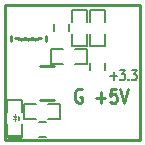
<source format=gbr>
G04 #@! TF.FileFunction,Legend,Top*
%FSLAX46Y46*%
G04 Gerber Fmt 4.6, Leading zero omitted, Abs format (unit mm)*
G04 Created by KiCad (PCBNEW no-vcs-found-product) date 17.07.2015 (пт) 15,05,02 EEST*
%MOMM*%
G01*
G04 APERTURE LIST*
%ADD10C,0.100000*%
%ADD11C,0.175000*%
%ADD12C,0.250000*%
%ADD13C,0.254000*%
%ADD14C,0.050000*%
%ADD15C,0.127000*%
G04 APERTURE END LIST*
D10*
D11*
X24173000Y-25083286D02*
X24706333Y-25083286D01*
X24439666Y-25426143D02*
X24439666Y-24740429D01*
X24973000Y-24526143D02*
X25406333Y-24526143D01*
X25173000Y-24869000D01*
X25273000Y-24869000D01*
X25339667Y-24911857D01*
X25373000Y-24954714D01*
X25406333Y-25040429D01*
X25406333Y-25254714D01*
X25373000Y-25340429D01*
X25339667Y-25383286D01*
X25273000Y-25426143D01*
X25073000Y-25426143D01*
X25006333Y-25383286D01*
X24973000Y-25340429D01*
X25706334Y-25340429D02*
X25739667Y-25383286D01*
X25706334Y-25426143D01*
X25673000Y-25383286D01*
X25706334Y-25340429D01*
X25706334Y-25426143D01*
X25973000Y-24526143D02*
X26406333Y-24526143D01*
X26173000Y-24869000D01*
X26273000Y-24869000D01*
X26339667Y-24911857D01*
X26373000Y-24954714D01*
X26406333Y-25040429D01*
X26406333Y-25254714D01*
X26373000Y-25340429D01*
X26339667Y-25383286D01*
X26273000Y-25426143D01*
X26073000Y-25426143D01*
X26006333Y-25383286D01*
X25973000Y-25340429D01*
D12*
X21725143Y-26197000D02*
X21629905Y-26139857D01*
X21487048Y-26139857D01*
X21344190Y-26197000D01*
X21248952Y-26311286D01*
X21201333Y-26425571D01*
X21153714Y-26654143D01*
X21153714Y-26825571D01*
X21201333Y-27054143D01*
X21248952Y-27168429D01*
X21344190Y-27282714D01*
X21487048Y-27339857D01*
X21582286Y-27339857D01*
X21725143Y-27282714D01*
X21772762Y-27225571D01*
X21772762Y-26825571D01*
X21582286Y-26825571D01*
X22963238Y-26882714D02*
X23725143Y-26882714D01*
X23344191Y-27339857D02*
X23344191Y-26425571D01*
X24677524Y-26139857D02*
X24201333Y-26139857D01*
X24153714Y-26711286D01*
X24201333Y-26654143D01*
X24296571Y-26597000D01*
X24534667Y-26597000D01*
X24629905Y-26654143D01*
X24677524Y-26711286D01*
X24725143Y-26825571D01*
X24725143Y-27111286D01*
X24677524Y-27225571D01*
X24629905Y-27282714D01*
X24534667Y-27339857D01*
X24296571Y-27339857D01*
X24201333Y-27282714D01*
X24153714Y-27225571D01*
X25010857Y-26139857D02*
X25344190Y-27339857D01*
X25677524Y-26139857D01*
D13*
X15240000Y-19050000D02*
X26670000Y-19050000D01*
X15240000Y-30480000D02*
X15240000Y-19050000D01*
X26670000Y-30480000D02*
X15240000Y-30480000D01*
X26670000Y-19050000D02*
X26670000Y-30480000D01*
X16510000Y-30187900D02*
X15709900Y-30187900D01*
X16484600Y-30314900D02*
X15659100Y-30314900D01*
X15494000Y-30162500D02*
X15621000Y-30302200D01*
X16637000Y-30162500D02*
X16510000Y-30314900D01*
D14*
X16315500Y-28655000D02*
X16425500Y-28785000D01*
X16445500Y-28795000D02*
X16435500Y-28715000D01*
X16445500Y-28795000D02*
X16365500Y-28795000D01*
X16445500Y-28605000D02*
X16365500Y-28605000D01*
X16445500Y-28605000D02*
X16435500Y-28525000D01*
X16315500Y-28465000D02*
X16425500Y-28595000D01*
D10*
X16175500Y-28675000D02*
X15955500Y-28675000D01*
X15955500Y-28485000D02*
X16055500Y-28585000D01*
X16175500Y-28485000D02*
X16075500Y-28595000D01*
X16175500Y-28485000D02*
X15955500Y-28485000D01*
X16065500Y-28255000D02*
X16065500Y-28835000D01*
D15*
X16700500Y-29083000D02*
X16700500Y-30099000D01*
X16700500Y-30099000D02*
X15430500Y-30099000D01*
X15430500Y-30099000D02*
X15430500Y-29083000D01*
X16700500Y-27051000D02*
X15430500Y-27051000D01*
X15430500Y-27051000D02*
X15430500Y-28067000D01*
X16700500Y-27051000D02*
X16700500Y-28067000D01*
X18923000Y-27432000D02*
X19939000Y-27432000D01*
X19939000Y-27432000D02*
X19939000Y-28702000D01*
X19939000Y-28702000D02*
X18923000Y-28702000D01*
X16891000Y-27432000D02*
X16891000Y-28702000D01*
X16891000Y-28702000D02*
X17907000Y-28702000D01*
X16891000Y-27432000D02*
X17907000Y-27432000D01*
X21209000Y-22733000D02*
X22225000Y-22733000D01*
X22225000Y-22733000D02*
X22225000Y-24003000D01*
X22225000Y-24003000D02*
X21209000Y-24003000D01*
X19177000Y-22733000D02*
X19177000Y-24003000D01*
X19177000Y-24003000D02*
X20193000Y-24003000D01*
X19177000Y-22733000D02*
X20193000Y-22733000D01*
X22479000Y-20447000D02*
X22479000Y-19431000D01*
X22479000Y-19431000D02*
X23749000Y-19431000D01*
X23749000Y-19431000D02*
X23749000Y-20447000D01*
X22479000Y-22479000D02*
X23749000Y-22479000D01*
X23749000Y-22479000D02*
X23749000Y-21463000D01*
X22479000Y-22479000D02*
X22479000Y-21463000D01*
X20955000Y-20447000D02*
X20955000Y-19431000D01*
X20955000Y-19431000D02*
X22225000Y-19431000D01*
X22225000Y-19431000D02*
X22225000Y-20447000D01*
X20955000Y-22479000D02*
X22225000Y-22479000D01*
X22225000Y-22479000D02*
X22225000Y-21463000D01*
X20955000Y-22479000D02*
X20955000Y-21463000D01*
D13*
X18707100Y-21709380D02*
X18707100Y-22105620D01*
X15709900Y-21709380D02*
X15709900Y-22105620D01*
X18308320Y-21808440D02*
X18107660Y-21808440D01*
X18107660Y-21808440D02*
X17965420Y-21948140D01*
X17823180Y-22006560D02*
X17790160Y-22006560D01*
X17647920Y-21948140D02*
X17508220Y-21808440D01*
X17508220Y-21808440D02*
X17365980Y-21948140D01*
X17223740Y-22006560D02*
X17193260Y-22006560D01*
X17051020Y-21948140D02*
X16908780Y-21808440D01*
X16908780Y-21808440D02*
X16769080Y-21948140D01*
X16626840Y-22006560D02*
X16593820Y-22006560D01*
X16451580Y-21948140D02*
X16309340Y-21808440D01*
X16309340Y-21808440D02*
X16108680Y-21808440D01*
X17825324Y-22007798D02*
G75*
G03X17965420Y-21948140I-2144J199358D01*
G01*
X17650313Y-21948776D02*
G75*
G03X17790160Y-22006560I139847J140336D01*
G01*
X17225884Y-22007798D02*
G75*
G03X17365980Y-21948140I-2144J199358D01*
G01*
X17053413Y-21948776D02*
G75*
G03X17193260Y-22006560I139847J140336D01*
G01*
X16628984Y-22007798D02*
G75*
G03X16769080Y-21948140I-2144J199358D01*
G01*
X16453973Y-21948776D02*
G75*
G03X16593820Y-22006560I139847J140336D01*
G01*
D15*
X20701000Y-21259800D02*
X20701000Y-20637500D01*
X19431000Y-21259800D02*
X19431000Y-20637500D01*
X22479000Y-23952200D02*
X22479000Y-24574500D01*
X23749000Y-23952200D02*
X23749000Y-24574500D01*
D13*
X19354800Y-24244300D02*
X18224500Y-24244300D01*
X19354800Y-27051000D02*
X18224500Y-27051000D01*
D15*
X18719800Y-28956000D02*
X18097500Y-28956000D01*
X18719800Y-30226000D02*
X18097500Y-30226000D01*
M02*

</source>
